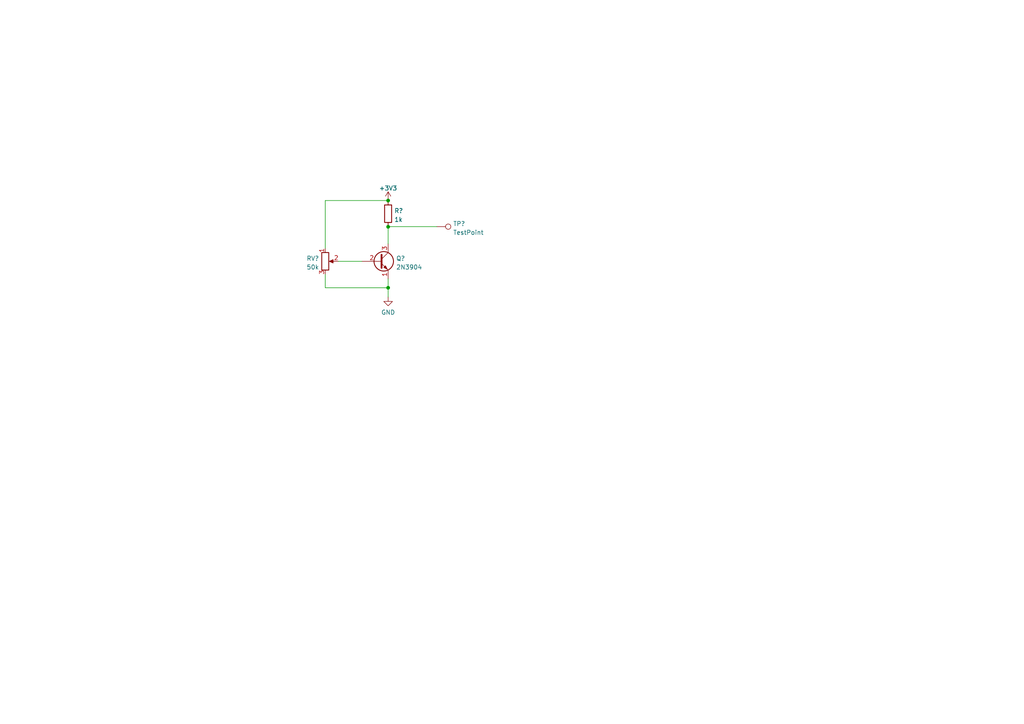
<source format=kicad_sch>
(kicad_sch (version 20211123) (generator eeschema)
  (paper "A4")
  (lib_symbols
    (symbol "Connector:TestPoint" (pin_numbers hide) (pin_names (offset 0.762) hide)
      (property "Reference" "TP" (at 0 6.858 0))
      (property "Value" "TestPoint" (at 0 5.08 0))
      (symbol "TestPoint_0_1"
        (circle (center 0 3.302) (radius 0.762))
      )
      (symbol "TestPoint_1_1"
        (pin passive line (at 0 0 90) (length 2.54) (name "1") (number "1"))
      )
    )
    (symbol "Device:R" (pin_numbers hide) (pin_names (offset 0))
      (property "Reference" "R" (at 2.032 0 90))
      (property "Value" "R" (at 0 0 90))
      (symbol "R_0_1"
        (rectangle (start -1.016 -2.54) (end 1.016 2.54) (stroke (width 0.254)))
      )
      (symbol "R_1_1"
        (pin passive line (at 0 3.81 270) (length 1.27) (name "~") (number "1"))
        (pin passive line (at 0 -3.81 90) (length 1.27) (name "~") (number "2"))
      )
    )
    (symbol "Device:R_Potentiometer" (pin_names (offset 1.016) hide)
      (property "Reference" "RV" (at -4.445 0 90))
      (property "Value" "R_Potentiometer" (at -2.54 0 90))
      (symbol "R_Potentiometer_0_1"
        (polyline (pts (xy 2.54 0) (xy 1.524 0)))
        (polyline (pts (xy 1.143 0) (xy 2.286 0.508) (xy 2.286 -0.508) (xy 1.143 0)) (fill (type outline)))
        (rectangle (start 1.016 2.54) (end -1.016 -2.54) (stroke (width 0.254)))
      )
      (symbol "R_Potentiometer_1_1"
        (pin passive line (at 0 3.81 270) (length 1.27) (name "1") (number "1"))
        (pin passive line (at 3.81 0 180) (length 1.27) (name "2") (number "2"))
        (pin passive line (at 0 -3.81 90) (length 1.27) (name "3") (number "3"))
      )
    )
    (symbol "Transistor_BJT:2N3904" (pin_names (offset 0) hide)
      (property "Reference" "Q" (at 5.08 1.905 0))
      (property "Value" "2N3904" (at 5.08 0 0))
      (symbol "2N3904_0_1"
        (polyline (pts (xy 0.635 0.635) (xy 2.54 2.54)))
        (polyline (pts (xy 0.635 -0.635) (xy 2.54 -2.54) (xy 2.54 -2.54)))
        (polyline (pts (xy 0.635 1.905) (xy 0.635 -1.905) (xy 0.635 -1.905)) (stroke (width 0.508)))
        (polyline (pts (xy 1.27 -1.778) (xy 1.778 -1.27) (xy 2.286 -2.286) (xy 1.27 -1.778) (xy 1.27 -1.778)) (fill (type outline)))
        (circle (center 1.27 0) (radius 2.8194) (stroke (width 0.254)))
      )
      (symbol "2N3904_1_1"
        (pin passive line (at 2.54 -5.08 90) (length 2.54) (name "E") (number "1"))
        (pin passive line (at -5.08 0 0) (length 5.715) (name "B") (number "2"))
        (pin passive line (at 2.54 5.08 270) (length 2.54) (name "C") (number "3"))
      )
    )
    (symbol "power:+3.3V" (power) (pin_names (offset 0))
      (property "Value" "+3.3V" (at 0 3.556 0))
      (symbol "+3.3V_0_1"
        (polyline (pts (xy -0.762 1.27) (xy 0 2.54)))
        (polyline (pts (xy 0 0) (xy 0 2.54)))
        (polyline (pts (xy 0 2.54) (xy 0.762 1.27)))
      )
      (symbol "+3.3V_1_1"
        (pin power_in line (at 0 0 90) (length 0) hide (name "+3V3") (number "1"))
      )
    )
    (symbol "power:GND" (power) (pin_names (offset 0))
      (property "Value" "GND" (at 0 -3.81 0))
      (symbol "GND_0_1"
        (polyline (pts (xy 0 0) (xy 0 -1.27) (xy 1.27 -1.27) (xy 0 -2.54) (xy -1.27 -1.27) (xy 0 -1.27)))
      )
      (symbol "GND_1_1"
        (pin power_in line (at 0 0 270) (length 0) hide (name "GND") (number "1"))
      )
    )
  )
  (junction (at 112.5728 83.4644))
  (junction (at 112.5728 65.786))
  (junction (at 112.5728 58.166))
  (wire (pts (xy 112.5728 80.8736) (xy 112.5728 83.4644)))
  (wire (pts (xy 112.5728 65.786) (xy 112.5728 65.7352)))
  (wire (pts (xy 94.3356 79.6036) (xy 94.3356 83.4644)))
  (wire (pts (xy 98.1456 75.7936) (xy 104.9528 75.7936)))
  (wire (pts (xy 112.5728 83.4644) (xy 112.5728 86.1568)))
  (wire (pts (xy 112.5728 70.7136) (xy 112.5728 65.786)))
  (wire (pts (xy 112.5728 65.7352) (xy 126.6952 65.7352)))
  (wire (pts (xy 94.3356 83.4644) (xy 112.5728 83.4644)))
  (wire (pts (xy 112.5728 58.166) (xy 94.3356 58.166)))
  (wire (pts (xy 94.3356 58.166) (xy 94.3356 71.9836)))
  (symbol (lib_id "Device:R") (at 112.5728 61.976 0) (unit 1)
    (property "Reference" "R?" (at 114.3508 61.1413 0) (effects (justify left)))
    (property "Value" "1k" (at 114.3508 63.6782 0) (effects (justify left)))
  )
  (symbol (lib_id "Connector:TestPoint") (at 126.6952 65.7352 270) (unit 1)
    (property "Reference" "TP?" (at 131.3942 64.9005 90) (effects (justify left)))
    (property "Value" "TestPoint" (at 131.3942 67.4374 90) (effects (justify left)))
  )
  (symbol (lib_id "power:GND") (at 112.5728 86.1568 0) (unit 1)
    (property "Reference" "#PWR?" (effects hide))
    (property "Value" "GND" (at 112.5728 90.6002 0))
  )
  (symbol (lib_id "Device:R_Potentiometer") (at 94.3356 75.7936 0) (unit 1)
    (property "Reference" "RV?" (at 92.5577 74.9589 0) (effects (justify right)))
    (property "Value" "50k" (at 92.5577 77.4958 0) (effects (justify right)))
  )
  (symbol (lib_id "Transistor_BJT:2N3904") (at 110.0328 75.7936 0) (unit 1)
    (property "Reference" "Q?" (at 114.8842 74.9589 0) (effects (justify left)))
    (property "Value" "2N3904" (at 114.8842 77.4958 0) (effects (justify left)))
    (property "Footprint" "Package_TO_SOT_THT:TO-92_Inline" (effects hide))
    (property "Datasheet" "https://www.onsemi.com/pub/Collateral/2N3903-D.PDF" (effects hide))
  )
  (symbol (lib_id "power:+3.3V") (at 112.5728 58.166 0) (unit 1)
    (property "Reference" "#PWR?" (effects hide))
    (property "Value" "+3.3V" (at 112.5728 54.5902 0))
  )
)
</source>
